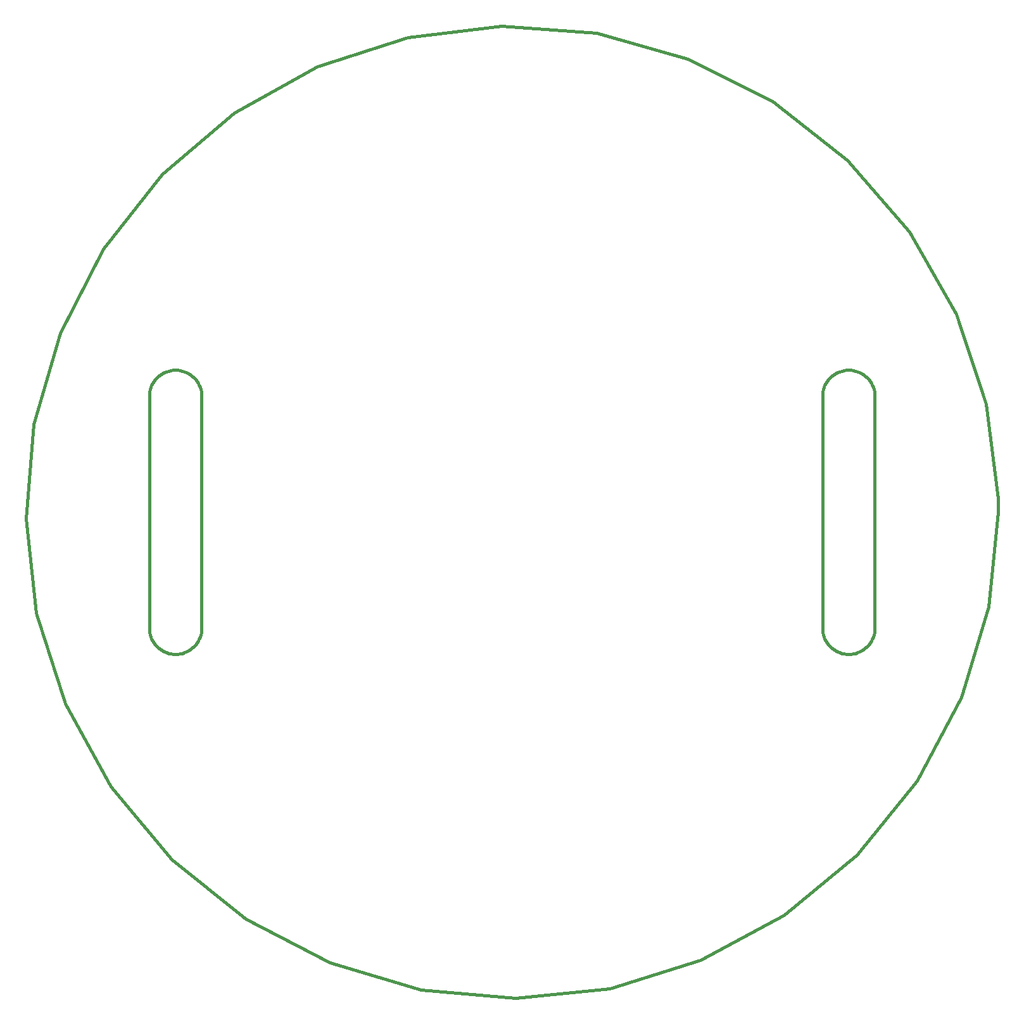
<source format=gbr>
G04 (created by PCBNEW-RS274X (2011-nov-30)-testing) date Mon 09 Jul 2012 07:17:13 PM CEST*
%MOIN*%
G04 Gerber Fmt 3.4, Leading zero omitted, Abs format*
%FSLAX34Y34*%
G01*
G70*
G90*
G04 APERTURE LIST*
%ADD10C,0.006*%
%ADD11C,0.015*%
G04 APERTURE END LIST*
G54D10*
G54D11*
X84056Y-41339D02*
X83568Y-46309D01*
X82125Y-51090D01*
X79780Y-55500D01*
X76623Y-59371D01*
X72775Y-62554D01*
X68381Y-64930D01*
X63610Y-66407D01*
X58643Y-66929D01*
X53670Y-66476D01*
X48879Y-65066D01*
X44453Y-62752D01*
X40560Y-59623D01*
X37350Y-55797D01*
X34944Y-51420D01*
X33434Y-46659D01*
X32877Y-41696D01*
X33295Y-36720D01*
X34672Y-31919D01*
X36955Y-27477D01*
X40057Y-23562D01*
X43860Y-20325D01*
X48220Y-17889D01*
X52970Y-16345D01*
X57930Y-15754D01*
X62908Y-16137D01*
X67719Y-17480D01*
X72177Y-19732D01*
X76113Y-22807D01*
X79376Y-26588D01*
X81843Y-30931D01*
X83420Y-35670D01*
X84046Y-40625D01*
X84056Y-41339D01*
X39371Y-41339D02*
X39371Y-35237D01*
X39371Y-41339D02*
X39371Y-47441D01*
X42126Y-47441D02*
X42126Y-35237D01*
X40749Y-33859D02*
X40629Y-33865D01*
X40510Y-33880D01*
X40393Y-33906D01*
X40278Y-33943D01*
X40167Y-33989D01*
X40061Y-34044D01*
X39959Y-34109D01*
X39864Y-34182D01*
X39775Y-34263D01*
X39694Y-34352D01*
X39621Y-34447D01*
X39556Y-34549D01*
X39501Y-34655D01*
X39455Y-34766D01*
X39418Y-34881D01*
X39392Y-34998D01*
X39377Y-35117D01*
X39371Y-35237D01*
X42127Y-35237D02*
X42121Y-35117D01*
X42106Y-34998D01*
X42080Y-34881D01*
X42043Y-34766D01*
X41997Y-34655D01*
X41942Y-34549D01*
X41877Y-34447D01*
X41804Y-34352D01*
X41723Y-34263D01*
X41634Y-34182D01*
X41539Y-34109D01*
X41438Y-34044D01*
X41331Y-33989D01*
X41220Y-33943D01*
X41105Y-33906D01*
X40988Y-33880D01*
X40869Y-33865D01*
X40749Y-33859D01*
X39371Y-47441D02*
X39377Y-47561D01*
X39392Y-47680D01*
X39418Y-47797D01*
X39455Y-47912D01*
X39501Y-48023D01*
X39556Y-48129D01*
X39621Y-48231D01*
X39694Y-48326D01*
X39775Y-48415D01*
X39864Y-48496D01*
X39959Y-48569D01*
X40061Y-48634D01*
X40167Y-48689D01*
X40278Y-48735D01*
X40393Y-48772D01*
X40510Y-48798D01*
X40629Y-48813D01*
X40749Y-48819D01*
X40749Y-48818D02*
X40869Y-48812D01*
X40988Y-48797D01*
X41105Y-48771D01*
X41219Y-48734D01*
X41330Y-48688D01*
X41437Y-48633D01*
X41538Y-48568D01*
X41634Y-48495D01*
X41722Y-48414D01*
X41803Y-48326D01*
X41876Y-48230D01*
X41941Y-48129D01*
X41996Y-48022D01*
X42042Y-47911D01*
X42079Y-47797D01*
X42105Y-47680D01*
X42120Y-47561D01*
X42126Y-47441D01*
X76182Y-48818D02*
X76302Y-48812D01*
X76421Y-48797D01*
X76538Y-48771D01*
X76652Y-48734D01*
X76763Y-48688D01*
X76870Y-48633D01*
X76971Y-48568D01*
X77067Y-48495D01*
X77155Y-48414D01*
X77236Y-48326D01*
X77309Y-48230D01*
X77374Y-48129D01*
X77429Y-48022D01*
X77475Y-47911D01*
X77512Y-47797D01*
X77538Y-47680D01*
X77553Y-47561D01*
X77559Y-47441D01*
X74804Y-47441D02*
X74810Y-47561D01*
X74825Y-47680D01*
X74851Y-47797D01*
X74888Y-47912D01*
X74934Y-48023D01*
X74989Y-48129D01*
X75054Y-48231D01*
X75127Y-48326D01*
X75208Y-48415D01*
X75297Y-48496D01*
X75392Y-48569D01*
X75494Y-48634D01*
X75600Y-48689D01*
X75711Y-48735D01*
X75826Y-48772D01*
X75943Y-48798D01*
X76062Y-48813D01*
X76182Y-48819D01*
X77560Y-35237D02*
X77554Y-35117D01*
X77539Y-34998D01*
X77513Y-34881D01*
X77476Y-34766D01*
X77430Y-34655D01*
X77375Y-34549D01*
X77310Y-34447D01*
X77237Y-34352D01*
X77156Y-34263D01*
X77067Y-34182D01*
X76972Y-34109D01*
X76871Y-34044D01*
X76764Y-33989D01*
X76653Y-33943D01*
X76538Y-33906D01*
X76421Y-33880D01*
X76302Y-33865D01*
X76182Y-33859D01*
X76182Y-33859D02*
X76062Y-33865D01*
X75943Y-33880D01*
X75826Y-33906D01*
X75711Y-33943D01*
X75600Y-33989D01*
X75494Y-34044D01*
X75392Y-34109D01*
X75297Y-34182D01*
X75208Y-34263D01*
X75127Y-34352D01*
X75054Y-34447D01*
X74989Y-34549D01*
X74934Y-34655D01*
X74888Y-34766D01*
X74851Y-34881D01*
X74825Y-34998D01*
X74810Y-35117D01*
X74804Y-35237D01*
X77559Y-47441D02*
X77559Y-35237D01*
X74804Y-41339D02*
X74804Y-47441D01*
X74804Y-41339D02*
X74804Y-35237D01*
M02*

</source>
